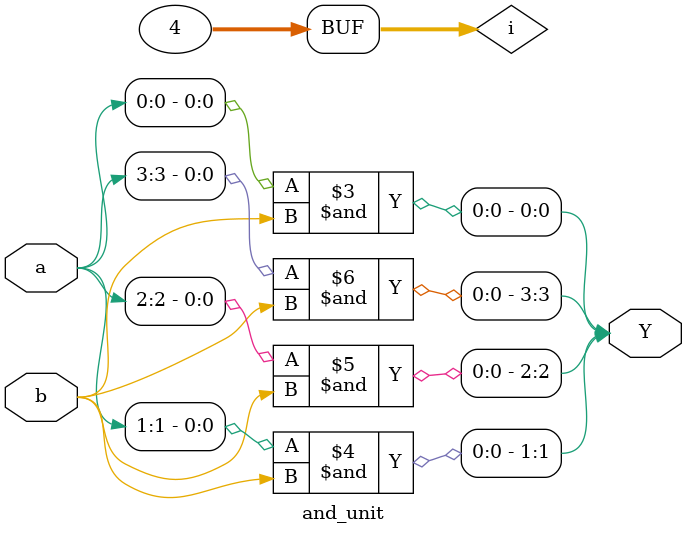
<source format=v>
module and_unit(
    input [3:0] a,
    input b,
    output reg [3:0] Y
    );
    
    integer i;
    
    always @(*)
        for (i = 0; i < 4; i = i + 1)
            Y[i] = a[i] & b;
endmodule
</source>
